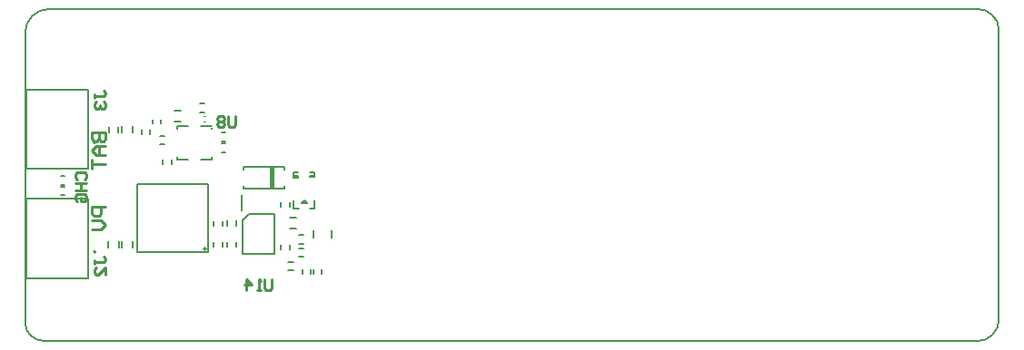
<source format=gbo>
G04*
G04 #@! TF.GenerationSoftware,Altium Limited,Altium Designer,23.0.1 (38)*
G04*
G04 Layer_Color=32896*
%FSLAX25Y25*%
%MOIN*%
G70*
G04*
G04 #@! TF.SameCoordinates,B4ED9068-0949-4354-B78F-C4858C2F04AE*
G04*
G04*
G04 #@! TF.FilePolarity,Positive*
G04*
G01*
G75*
%ADD10C,0.00787*%
%ADD11C,0.00600*%
%ADD12C,0.01000*%
%ADD13C,0.00500*%
%ADD75C,0.00394*%
D10*
X922589Y683253D02*
G03*
X922589Y683253I-394J0D01*
G01*
X922588Y643156D02*
G03*
X922588Y643156I-394J0D01*
G01*
X963042Y644277D02*
G03*
X963042Y644277I-394J0D01*
G01*
X976231Y658450D02*
Y664257D01*
D11*
X965010Y688372D02*
G03*
X965404Y688372I197J0D01*
G01*
D02*
G03*
X965010Y688372I-197J0D01*
G01*
X1002655Y648289D02*
Y651242D01*
X1009255Y648289D02*
Y651242D01*
X942569Y686390D02*
Y687991D01*
X939420Y686390D02*
Y687991D01*
X946506Y690328D02*
Y691928D01*
X943357Y690328D02*
Y691928D01*
X937924Y643175D02*
X963750D01*
Y668214D01*
X937924Y643175D02*
Y668214D01*
X963750D01*
X969144Y652926D02*
Y654526D01*
X965994Y652926D02*
Y654526D01*
X969144Y645052D02*
Y646652D01*
X965994Y645052D02*
Y646652D01*
X974065Y652813D02*
Y654638D01*
X970916Y652813D02*
Y654638D01*
X974065Y645052D02*
Y646652D01*
X970916Y645052D02*
Y646652D01*
X997281Y646246D02*
X998881D01*
X997281Y649395D02*
X998881D01*
X990601Y659703D02*
Y661528D01*
X993750Y659703D02*
Y661528D01*
X1005561Y635210D02*
Y636809D01*
X1002412Y635210D02*
Y636809D01*
X993232Y636403D02*
X995057D01*
X993232Y639553D02*
X995057D01*
X1001624Y635210D02*
Y636809D01*
X998475Y635210D02*
Y636809D01*
X993750Y643955D02*
Y645780D01*
X990601Y643955D02*
Y645780D01*
X988239Y642506D02*
Y657072D01*
X976428Y642506D02*
X988239D01*
X976428D02*
Y654789D01*
X978711Y657072D01*
X988239D01*
X997281Y641324D02*
X998881D01*
X997281Y644474D02*
X998881D01*
X993947Y655694D02*
X996309D01*
X993947Y651757D02*
X996309D01*
X932136Y644671D02*
Y647033D01*
X936073Y644671D02*
Y647033D01*
X960751Y694474D02*
X962576D01*
X960751Y697624D02*
X962576D01*
X951624Y695065D02*
X953987D01*
X951624Y691128D02*
X953987D01*
X946100Y682663D02*
X947700D01*
X946100Y685813D02*
X947700D01*
X968738Y686993D02*
X970338D01*
X968738Y683844D02*
X970338D01*
X968738Y683056D02*
X970338D01*
X968738Y679907D02*
X970338D01*
X961073Y676954D02*
X965010D01*
Y678135D01*
X952412Y676954D02*
X956349D01*
X952412D02*
Y678135D01*
Y688372D02*
Y689553D01*
X956349D01*
X961073D02*
X965010D01*
X950443Y675564D02*
Y677164D01*
X947294Y675564D02*
Y677164D01*
X909683Y671049D02*
X911283D01*
X909683Y667899D02*
X911283D01*
X909714Y667112D02*
X911314D01*
X909714Y663962D02*
X911314D01*
X927215Y644671D02*
Y647033D01*
X931152Y644671D02*
Y647033D01*
X927609Y687262D02*
Y689087D01*
X930758Y687262D02*
Y689087D01*
X932136Y686994D02*
Y689356D01*
X936073Y686994D02*
Y689356D01*
D12*
X915993Y669745D02*
X915326Y670412D01*
Y671745D01*
X915993Y672411D01*
X918659D01*
X919325Y671745D01*
Y670412D01*
X918659Y669745D01*
X915326Y668412D02*
X919325D01*
X917326D01*
Y665746D01*
X915326D01*
X919325D01*
X915993Y661748D02*
X915326Y662414D01*
Y663747D01*
X915993Y664414D01*
X918659D01*
X919325Y663747D01*
Y662414D01*
X918659Y661748D01*
X917326D01*
Y663081D01*
X926215Y659616D02*
X921217D01*
Y657117D01*
X922050Y656284D01*
X923716D01*
X924549Y657117D01*
Y659616D01*
X921217Y654617D02*
X924549D01*
X926215Y652951D01*
X924549Y651285D01*
X921217D01*
X921217Y687175D02*
X926215D01*
Y684676D01*
X925382Y683843D01*
X924549D01*
X923716Y684676D01*
Y687175D01*
Y684676D01*
X922883Y683843D01*
X922050D01*
X921217Y684676D01*
Y687175D01*
X926215Y682176D02*
X922883D01*
X921217Y680510D01*
X922883Y678844D01*
X926215D01*
X923716D01*
Y682176D01*
X921217Y677178D02*
Y673846D01*
Y675512D01*
X926215D01*
X987331Y633088D02*
Y629755D01*
X986665Y629089D01*
X985332D01*
X984666Y629755D01*
Y633088D01*
X983333Y629089D02*
X982000D01*
X982666D01*
Y633088D01*
X983333Y632421D01*
X978001Y629089D02*
Y633088D01*
X980000Y631088D01*
X977335D01*
X973854Y693127D02*
Y689795D01*
X973188Y689128D01*
X971855D01*
X971189Y689795D01*
Y693127D01*
X969856Y692460D02*
X969189Y693127D01*
X967856D01*
X967190Y692460D01*
Y691794D01*
X967856Y691128D01*
X967190Y690461D01*
Y689795D01*
X967856Y689128D01*
X969189D01*
X969856Y689795D01*
Y690461D01*
X969189Y691128D01*
X969856Y691794D01*
Y692460D01*
X969189Y691128D02*
X967856D01*
X922262Y638902D02*
Y640235D01*
Y639568D01*
X925594D01*
X926260Y640235D01*
Y640901D01*
X925594Y641568D01*
X926260Y634903D02*
Y637569D01*
X923594Y634903D01*
X922928D01*
X922262Y635569D01*
Y636902D01*
X922928Y637569D01*
X922263Y699668D02*
Y701001D01*
Y700335D01*
X925595D01*
X926262Y701001D01*
Y701667D01*
X925595Y702334D01*
X922929Y698335D02*
X922263Y697669D01*
Y696336D01*
X922929Y695669D01*
X923596D01*
X924262Y696336D01*
Y697002D01*
Y696336D01*
X924929Y695669D01*
X925595D01*
X926262Y696336D01*
Y697669D01*
X925595Y698335D01*
D13*
X897097Y702742D02*
X919735D01*
X897097Y673608D02*
Y702742D01*
Y673608D02*
X919735D01*
Y702742D01*
X897095Y662645D02*
X919733D01*
X897095Y633511D02*
Y662645D01*
Y633511D02*
X919733D01*
Y662645D01*
X998081Y661108D02*
X1000050D01*
X998081D02*
X999065Y662092D01*
X1000050Y661108D01*
Y661108D02*
Y661108D01*
X1001231Y670655D02*
Y671049D01*
X996900Y670557D02*
Y670950D01*
X995325Y672525D02*
X996900D01*
X995325Y670557D02*
Y672525D01*
X1001231D02*
X1002806D01*
Y670655D02*
Y672525D01*
X995325Y670950D02*
X996900D01*
X1001231Y671049D02*
X1002806D01*
X995325Y670557D02*
X996900D01*
X1001231Y670655D02*
X1002806D01*
X1002805Y659080D02*
Y662190D01*
X1001034Y659080D02*
X1002805D01*
X995325D02*
X997096D01*
X995325D02*
Y662190D01*
X991802Y666454D02*
Y667458D01*
X976802Y666454D02*
Y667458D01*
Y666454D02*
X991802D01*
X976802Y673458D02*
Y674458D01*
X991802Y673458D02*
Y674458D01*
X976802D02*
X991802D01*
X987702Y666454D02*
Y674458D01*
X987302Y666454D02*
Y674458D01*
X986902Y666454D02*
Y674458D01*
X1253987Y724592D02*
G03*
X1246113Y732466I-7874J0D01*
G01*
Y610419D02*
G03*
X1253987Y618293I0J7874D01*
G01*
X896703Y617309D02*
G03*
X903593Y610419I6890J0D01*
G01*
X905561Y732466D02*
G03*
X896703Y723608I0J-8858D01*
G01*
X1253987Y618293D02*
Y724592D01*
X905561Y732466D02*
X1246113D01*
X903593Y610419D02*
X1246113D01*
X896703Y617309D02*
Y723608D01*
D75*
X962150Y693062D02*
X962950D01*
X962150Y691162D02*
X962950D01*
M02*

</source>
